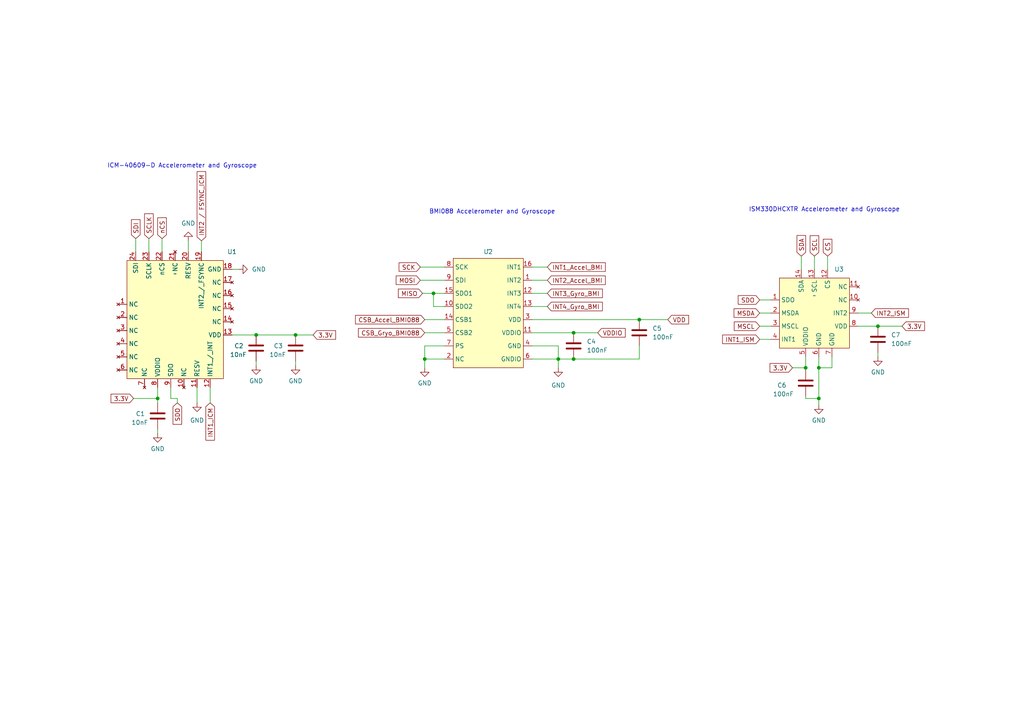
<source format=kicad_sch>
(kicad_sch (version 20230121) (generator eeschema)
  (paper "A4")
  (lib_symbols
    (symbol "Device:C" (pin_numbers hide) (pin_names (offset 0.254))
      (property "Reference" "C" (at 0.635 2.54 0))
      (property "Value" "C" (at 0.635 -2.54 0))
      (symbol "C_0_1"
        (polyline (pts (xy -2.032 -0.762) (xy 2.032 -0.762)) (stroke (width 0.508)))
        (polyline (pts (xy -2.032 0.762) (xy 2.032 0.762)) (stroke (width 0.508)))
      )
      (symbol "C_1_1"
        (pin passive line (at 0 3.81 270) (length 2.794) (name "~") (number "1"))
        (pin passive line (at 0 -3.81 90) (length 2.794) (name "~") (number "2"))
      )
    )
    (symbol "Sensor_Motion:BMI088"
      (property "Reference" "U" (at 0 0 0))
      (symbol "BMI088_1_1"
        (rectangle (start -10.16 -2.54) (end 10.16 -34.29) (fill (type background)))
        (pin bidirectional line (at 12.7 -8.89 180) (length 2.54) (name "INT2") (number "1"))
        (pin output line (at -12.7 -16.51 0) (length 2.54) (name "SDO2") (number "10"))
        (pin input line (at 12.7 -24.13 180) (length 2.54) (name "VDDIO") (number "11"))
        (pin output line (at 12.7 -12.7 180) (length 2.54) (name "INT3") (number "12"))
        (pin output line (at 12.7 -16.51 180) (length 2.54) (name "INT4") (number "13"))
        (pin input line (at -12.7 -20.32 0) (length 2.54) (name "CSB1") (number "14"))
        (pin output line (at -12.7 -12.7 0) (length 2.54) (name "SDO1") (number "15"))
        (pin bidirectional line (at 12.7 -5.08 180) (length 2.54) (name "INT1") (number "16"))
        (pin input line (at -12.7 -31.75 0) (length 2.54) (name "NC") (number "2"))
        (pin input line (at 12.7 -20.32 180) (length 2.54) (name "VDD") (number "3"))
        (pin output line (at 12.7 -27.94 180) (length 2.54) (name "GND") (number "4"))
        (pin input line (at -12.7 -24.13 0) (length 2.54) (name "CSB2") (number "5"))
        (pin output line (at 12.7 -31.75 180) (length 2.54) (name "GNDIO") (number "6"))
        (pin input line (at -12.7 -27.94 0) (length 2.54) (name "PS") (number "7"))
        (pin input line (at -12.7 -5.08 0) (length 2.54) (name "SCK") (number "8"))
        (pin input line (at -12.7 -8.89 0) (length 2.54) (name "SDI") (number "9"))
      )
    )
    (symbol "Sensor_Motion:ICM-40609-D"
      (property "Reference" "U1" (at 16.51 6.35 0))
      (property "Value" "~" (at 0 0 0))
      (symbol "ICM-40609-D_1_1"
        (rectangle (start -13.97 3.81) (end 13.97 -30.48) (fill (type background)))
        (pin no_connect line (at -16.51 -8.89 0) (length 2.54) (name "NC") (number "1"))
        (pin no_connect line (at 2.54 -33.02 90) (length 2.54) (name "NC") (number "10"))
        (pin output line (at 6.35 -33.02 90) (length 2.54) (name "RESV") (number "11"))
        (pin output line (at 10.16 -33.02 90) (length 2.54) (name "INT1_/_INT") (number "12"))
        (pin input line (at 16.51 -17.78 180) (length 2.54) (name "VDD") (number "13"))
        (pin no_connect line (at 16.51 -13.97 180) (length 2.54) (name "NC") (number "14"))
        (pin no_connect line (at 16.51 -10.16 180) (length 2.54) (name "NC") (number "15"))
        (pin no_connect line (at 16.51 -6.35 180) (length 2.54) (name "NC") (number "16"))
        (pin no_connect line (at 16.51 -2.54 180) (length 2.54) (name "NC") (number "17"))
        (pin output line (at 16.51 1.27 180) (length 2.54) (name "GND") (number "18"))
        (pin bidirectional line (at 7.62 6.35 270) (length 2.54) (name "INT2_/_FSYNC") (number "19"))
        (pin no_connect line (at -16.51 -12.7 0) (length 2.54) (name "NC") (number "2"))
        (pin output line (at 3.81 6.35 270) (length 2.54) (name "RESV") (number "20"))
        (pin no_connect line (at 0 6.35 270) (length 2.54) (name "NC") (number "21"))
        (pin input line (at -3.81 6.35 270) (length 2.54) (name "nCS") (number "22"))
        (pin output line (at -7.62 6.35 270) (length 2.54) (name "SCLK") (number "23"))
        (pin output line (at -11.43 6.35 270) (length 2.54) (name "SDI") (number "24"))
        (pin no_connect line (at -16.51 -16.51 0) (length 2.54) (name "NC") (number "3"))
        (pin no_connect line (at -16.51 -20.32 0) (length 2.54) (name "NC") (number "4"))
        (pin no_connect line (at -16.51 -24.13 0) (length 2.54) (name "NC") (number "5"))
        (pin no_connect line (at -16.51 -27.94 0) (length 2.54) (name "NC") (number "6"))
        (pin no_connect line (at -8.89 -33.02 90) (length 2.54) (name "NC") (number "7"))
        (pin input line (at -5.08 -33.02 90) (length 2.54) (name "VDDIO") (number "8"))
        (pin output line (at -1.27 -33.02 90) (length 2.54) (name "SDO") (number "9"))
      )
    )
    (symbol "Sensor_Motion:ISM330DHCXTR_"
      (property "Reference" "U" (at 11.43 8.89 0))
      (symbol "ISM330DHCXTR__1_1"
        (rectangle (start -10.16 5.08) (end 10.16 -15.24) (fill (type background)))
        (pin bidirectional line (at -12.7 -1.27 0) (length 2.54) (name "SDO") (number "1"))
        (pin no_connect line (at 12.7 -1.27 180) (length 2.54) (name "NC") (number "10"))
        (pin no_connect line (at 12.7 2.54 180) (length 2.54) (name "NC") (number "11"))
        (pin input line (at 3.81 7.62 270) (length 2.54) (name "CS") (number "12"))
        (pin input line (at 0 7.62 270) (length 2.54) (name "SCL") (number "13"))
        (pin bidirectional line (at -3.81 7.62 270) (length 2.54) (name "SDA") (number "14"))
        (pin bidirectional line (at -12.7 -5.08 0) (length 2.54) (name "MSDA") (number "2"))
        (pin output line (at -12.7 -8.89 0) (length 2.54) (name "MSCL") (number "3"))
        (pin output line (at -12.7 -12.7 0) (length 2.54) (name "INT1") (number "4"))
        (pin input line (at -2.54 -17.78 90) (length 2.54) (name "VDDIO") (number "5"))
        (pin input line (at 1.27 -17.78 90) (length 2.54) (name "GND") (number "6"))
        (pin input line (at 5.08 -17.78 90) (length 2.54) (name "GND") (number "7"))
        (pin input line (at 12.7 -8.89 180) (length 2.54) (name "VDD") (number "8"))
        (pin bidirectional line (at 12.7 -5.08 180) (length 2.54) (name "INT2") (number "9"))
      )
    )
    (symbol "power:GND" (power) (pin_names (offset 0))
      (property "Value" "GND" (at 0 -3.81 0))
      (symbol "GND_0_1"
        (polyline (pts (xy 0 0) (xy 0 -1.27) (xy 1.27 -1.27) (xy 0 -2.54) (xy -1.27 -1.27) (xy 0 -1.27)))
      )
      (symbol "GND_1_1"
        (pin power_in line (at 0 0 270) (length 0) hide (name "GND") (number "1"))
      )
    )
  )
  (junction (at 166.37 96.52))
  (junction (at 233.68 106.68))
  (junction (at 123.19 104.14))
  (junction (at 185.42 92.71))
  (junction (at 125.73 85.09))
  (junction (at 161.925 104.14))
  (junction (at 237.49 106.68))
  (junction (at 45.72 115.57))
  (junction (at 74.295 97.155))
  (junction (at 254.635 94.615))
  (junction (at 166.37 104.14))
  (junction (at 85.725 97.155))
  (junction (at 237.49 115.57))
  (wire (pts (xy 185.42 92.71) (xy 193.675 92.71)))
  (wire (pts (xy 45.72 115.57) (xy 45.72 116.84)))
  (wire (pts (xy 220.345 98.425) (xy 223.52 98.425)))
  (wire (pts (xy 233.68 107.315) (xy 233.68 106.68)))
  (wire (pts (xy 54.61 69.85) (xy 54.61 73.025)))
  (wire (pts (xy 233.68 115.57) (xy 237.49 115.57)))
  (wire (pts (xy 248.92 94.615) (xy 254.635 94.615)))
  (wire (pts (xy 154.305 85.09) (xy 158.75 85.09)))
  (wire (pts (xy 128.905 88.9) (xy 125.73 88.9)))
  (wire (pts (xy 233.68 103.505) (xy 233.68 106.68)))
  (wire (pts (xy 43.18 69.215) (xy 43.18 73.025)))
  (wire (pts (xy 154.305 92.71) (xy 185.42 92.71)))
  (wire (pts (xy 128.905 100.33) (xy 123.19 100.33)))
  (wire (pts (xy 154.305 96.52) (xy 166.37 96.52)))
  (wire (pts (xy 237.49 106.68) (xy 237.49 115.57)))
  (wire (pts (xy 220.345 86.995) (xy 223.52 86.995)))
  (wire (pts (xy 58.42 69.85) (xy 58.42 73.025)))
  (wire (pts (xy 67.31 97.155) (xy 74.295 97.155)))
  (wire (pts (xy 51.435 115.57) (xy 51.435 116.84)))
  (wire (pts (xy 121.92 81.28) (xy 128.905 81.28)))
  (wire (pts (xy 49.53 115.57) (xy 49.53 112.395)))
  (wire (pts (xy 161.925 100.33) (xy 161.925 104.14)))
  (wire (pts (xy 57.15 112.395) (xy 57.15 116.84)))
  (wire (pts (xy 121.92 77.47) (xy 128.905 77.47)))
  (wire (pts (xy 237.49 106.68) (xy 241.3 106.68)))
  (wire (pts (xy 237.49 103.505) (xy 237.49 106.68)))
  (wire (pts (xy 154.305 81.28) (xy 158.75 81.28)))
  (wire (pts (xy 122.555 85.09) (xy 125.73 85.09)))
  (wire (pts (xy 123.19 104.14) (xy 128.905 104.14)))
  (wire (pts (xy 39.37 69.215) (xy 39.37 73.025)))
  (wire (pts (xy 67.31 78.105) (xy 69.215 78.105)))
  (wire (pts (xy 220.345 90.805) (xy 223.52 90.805)))
  (wire (pts (xy 154.305 100.33) (xy 161.925 100.33)))
  (wire (pts (xy 229.87 106.68) (xy 233.68 106.68)))
  (wire (pts (xy 161.925 104.14) (xy 166.37 104.14)))
  (wire (pts (xy 85.725 97.155) (xy 90.805 97.155)))
  (wire (pts (xy 240.03 74.295) (xy 240.03 78.105)))
  (wire (pts (xy 125.73 88.9) (xy 125.73 85.09)))
  (wire (pts (xy 154.305 104.14) (xy 161.925 104.14)))
  (wire (pts (xy 161.925 104.14) (xy 161.925 106.68)))
  (wire (pts (xy 236.22 74.295) (xy 236.22 78.105)))
  (wire (pts (xy 166.37 104.14) (xy 185.42 104.14)))
  (wire (pts (xy 51.435 115.57) (xy 49.53 115.57)))
  (wire (pts (xy 123.19 92.71) (xy 128.905 92.71)))
  (wire (pts (xy 74.295 97.155) (xy 85.725 97.155)))
  (wire (pts (xy 154.305 88.9) (xy 158.75 88.9)))
  (wire (pts (xy 38.735 115.57) (xy 45.72 115.57)))
  (wire (pts (xy 85.725 104.775) (xy 85.725 106.045)))
  (wire (pts (xy 232.41 74.295) (xy 232.41 78.105)))
  (wire (pts (xy 233.68 114.935) (xy 233.68 115.57)))
  (wire (pts (xy 185.42 100.33) (xy 185.42 104.14)))
  (wire (pts (xy 241.3 103.505) (xy 241.3 106.68)))
  (wire (pts (xy 166.37 96.52) (xy 173.355 96.52)))
  (wire (pts (xy 125.73 85.09) (xy 128.905 85.09)))
  (wire (pts (xy 123.19 104.14) (xy 123.19 106.68)))
  (wire (pts (xy 123.19 100.33) (xy 123.19 104.14)))
  (wire (pts (xy 254.635 94.615) (xy 261.62 94.615)))
  (wire (pts (xy 45.72 124.46) (xy 45.72 125.73)))
  (wire (pts (xy 248.92 90.805) (xy 252.73 90.805)))
  (wire (pts (xy 254.635 102.235) (xy 254.635 103.505)))
  (wire (pts (xy 74.295 104.775) (xy 74.295 106.045)))
  (wire (pts (xy 154.305 77.47) (xy 158.75 77.47)))
  (wire (pts (xy 45.72 112.395) (xy 45.72 115.57)))
  (wire (pts (xy 46.99 69.215) (xy 46.99 73.025)))
  (wire (pts (xy 123.19 96.52) (xy 128.905 96.52)))
  (wire (pts (xy 60.96 112.395) (xy 60.96 116.84)))
  (wire (pts (xy 237.49 117.475) (xy 237.49 115.57)))
  (wire (pts (xy 220.345 94.615) (xy 223.52 94.615)))
  (text "ICM-40609-D Accelerometer and Gyroscope" (at 31.115 48.895 0) (effects (font (size 1.27 1.27)) (justify left bottom)))
  (text "BMI088 Accelerometer and Gyroscope" (at 124.46 62.23 0) (effects (font (size 1.27 1.27)) (justify left bottom)))
  (text "ISM330DHCXTR Accelerometer and Gyroscope" (at 217.17 61.595 0) (effects (font (size 1.27 1.27)) (justify left bottom)))
  (global_label "INT3_Gyro_BMI" (shape input) (at 158.75 85.09 0) (property "Intersheetrefs" "${INTERSHEET_REFS}" (effects hide)))
  (global_label "CSB_Gryo_BMI088" (shape input) (at 123.19 96.52 180) (property "Intersheetrefs" "${INTERSHEET_REFS}" (effects hide)))
  (global_label "nCS" (shape input) (at 46.99 69.215 90) (property "Intersheetrefs" "${INTERSHEET_REFS}" (effects hide)))
  (global_label "3.3V" (shape input) (at 38.735 115.57 180) (property "Intersheetrefs" "${INTERSHEET_REFS}" (effects hide)))
  (global_label "MISO" (shape input) (at 122.555 85.09 180) (property "Intersheetrefs" "${INTERSHEET_REFS}" (effects hide)))
  (global_label "INT2_ISM" (shape input) (at 252.73 90.805 0) (property "Intersheetrefs" "${INTERSHEET_REFS}" (effects hide)))
  (global_label "INT1_Accel_BMI" (shape input) (at 158.75 77.47 0) (property "Intersheetrefs" "${INTERSHEET_REFS}" (effects hide)))
  (global_label "3.3V" (shape input) (at 261.62 94.615 0) (property "Intersheetrefs" "${INTERSHEET_REFS}" (effects hide)))
  (global_label "SCLK" (shape input) (at 43.18 69.215 90) (property "Intersheetrefs" "${INTERSHEET_REFS}" (effects hide)))
  (global_label "SDO" (shape input) (at 51.435 116.84 270) (property "Intersheetrefs" "${INTERSHEET_REFS}" (effects hide)))
  (global_label "CS" (shape input) (at 240.03 74.295 90) (property "Intersheetrefs" "${INTERSHEET_REFS}" (effects hide)))
  (global_label "3.3V" (shape input) (at 229.87 106.68 180) (property "Intersheetrefs" "${INTERSHEET_REFS}" (effects hide)))
  (global_label "MSDA" (shape input) (at 220.345 90.805 180) (property "Intersheetrefs" "${INTERSHEET_REFS}" (effects hide)))
  (global_label "VDD" (shape input) (at 193.675 92.71 0) (property "Intersheetrefs" "${INTERSHEET_REFS}" (effects hide)))
  (global_label "MOSI" (shape input) (at 121.92 81.28 180) (property "Intersheetrefs" "${INTERSHEET_REFS}" (effects hide)))
  (global_label "INT2 {slash} FSYNC_ICM" (shape input) (at 58.42 69.85 90) (property "Intersheetrefs" "${INTERSHEET_REFS}" (effects hide)))
  (global_label "SDI" (shape input) (at 39.37 69.215 90) (property "Intersheetrefs" "${INTERSHEET_REFS}" (effects hide)))
  (global_label "3.3V" (shape input) (at 90.805 97.155 0) (property "Intersheetrefs" "${INTERSHEET_REFS}" (effects hide)))
  (global_label "INT1_ICM" (shape input) (at 60.96 116.84 270) (property "Intersheetrefs" "${INTERSHEET_REFS}" (effects hide)))
  (global_label "CSB_Accel_BMI088" (shape input) (at 123.19 92.71 180) (property "Intersheetrefs" "${INTERSHEET_REFS}" (effects hide)))
  (global_label "MSCL" (shape input) (at 220.345 94.615 180) (property "Intersheetrefs" "${INTERSHEET_REFS}" (effects hide)))
  (global_label "SDO" (shape input) (at 220.345 86.995 180) (property "Intersheetrefs" "${INTERSHEET_REFS}" (effects hide)))
  (global_label "SCK" (shape input) (at 121.92 77.47 180) (property "Intersheetrefs" "${INTERSHEET_REFS}" (effects hide)))
  (global_label "INT1_ISM" (shape input) (at 220.345 98.425 180) (property "Intersheetrefs" "${INTERSHEET_REFS}" (effects hide)))
  (global_label "SDA" (shape input) (at 232.41 74.295 90) (property "Intersheetrefs" "${INTERSHEET_REFS}" (effects hide)))
  (global_label "INT4_Gyro_BMI" (shape input) (at 158.75 88.9 0) (property "Intersheetrefs" "${INTERSHEET_REFS}" (effects hide)))
  (global_label "INT2_Accel_BMI" (shape input) (at 158.75 81.28 0) (property "Intersheetrefs" "${INTERSHEET_REFS}" (effects hide)))
  (global_label "SCL" (shape input) (at 236.22 74.295 90) (property "Intersheetrefs" "${INTERSHEET_REFS}" (effects hide)))
  (global_label "VDDIO" (shape input) (at 173.355 96.52 0) (property "Intersheetrefs" "${INTERSHEET_REFS}" (effects hide)))
  (symbol (lib_id "power:GND") (at 123.19 106.68 0) (unit 1)
    (property "Reference" "#PWR07" (effects hide))
    (property "Value" "GND" (at 123.19 111.125 0))
  )
  (symbol (lib_id "power:GND") (at 254.635 103.505 0) (unit 1)
    (property "Reference" "#PWR010" (effects hide))
    (property "Value" "GND" (at 254.635 107.95 0))
  )
  (symbol (lib_id "power:GND") (at 161.925 106.68 0) (unit 1)
    (property "Reference" "#PWR08" (effects hide))
    (property "Value" "GND" (at 161.925 111.76 0))
  )
  (symbol (lib_id "Device:C") (at 166.37 100.33 0) (unit 1)
    (property "Reference" "C4" (at 170.18 99.06 0) (effects (justify left)))
    (property "Value" "100nF" (at 170.18 101.6 0) (effects (justify left)))
  )
  (symbol (lib_id "Sensor_Motion:ICM-40609-D") (at 50.8 79.375 0) (unit 1)
    (property "Reference" "U1" (at 67.31 73.025 0))
    (property "Value" "~" (at 50.8 79.375 0))
  )
  (symbol (lib_id "Sensor_Motion:BMI088") (at 141.605 72.39 0) (unit 1)
    (property "Reference" "U2" (at 141.605 73.025 0))
    (property "Value" "~" (at 141.605 72.39 0))
  )
  (symbol (lib_id "power:GND") (at 74.295 106.045 0) (unit 1)
    (property "Reference" "#PWR02" (effects hide))
    (property "Value" "GND" (at 74.295 110.49 0))
  )
  (symbol (lib_id "power:GND") (at 85.725 106.045 0) (unit 1)
    (property "Reference" "#PWR03" (effects hide))
    (property "Value" "GND" (at 85.725 110.49 0))
  )
  (symbol (lib_id "Device:C") (at 233.68 111.125 0) (unit 1)
    (property "Reference" "C6" (at 225.425 111.76 0) (effects (justify left)))
    (property "Value" "100nF" (at 224.155 114.3 0) (effects (justify left)))
  )
  (symbol (lib_id "power:GND") (at 57.15 116.84 0) (unit 1)
    (property "Reference" "#PWR01" (effects hide))
    (property "Value" "GND" (at 57.15 121.92 0))
  )
  (symbol (lib_id "Device:C") (at 85.725 100.965 180) (unit 1)
    (property "Reference" "C3" (at 79.375 100.33 0) (effects (justify right)))
    (property "Value" "10nF" (at 78.105 102.87 0) (effects (justify right)))
  )
  (symbol (lib_id "Device:C") (at 45.72 120.65 180) (unit 1)
    (property "Reference" "C1" (at 39.37 120.015 0) (effects (justify right)))
    (property "Value" "10nF" (at 38.1 122.555 0) (effects (justify right)))
  )
  (symbol (lib_id "Device:C") (at 185.42 96.52 0) (unit 1)
    (property "Reference" "C5" (at 189.23 95.25 0) (effects (justify left)))
    (property "Value" "100nF" (at 189.23 97.79 0) (effects (justify left)))
  )
  (symbol (lib_id "Sensor_Motion:ISM330DHCXTR_") (at 236.22 85.725 0) (unit 1)
    (property "Reference" "U3" (at 241.9859 78.105 0) (effects (justify left)))
    (property "Value" "~" (at 236.22 85.725 0))
  )
  (symbol (lib_id "Device:C") (at 74.295 100.965 180) (unit 1)
    (property "Reference" "C2" (at 67.945 100.33 0) (effects (justify right)))
    (property "Value" "10nF" (at 66.675 102.87 0) (effects (justify right)))
  )
  (symbol (lib_id "power:GND") (at 45.72 125.73 0) (unit 1)
    (property "Reference" "#PWR04" (effects hide))
    (property "Value" "GND" (at 45.72 130.175 0))
  )
  (symbol (lib_id "power:GND") (at 237.49 117.475 0) (unit 1)
    (property "Reference" "#PWR09" (effects hide))
    (property "Value" "GND" (at 237.49 121.92 0))
  )
  (symbol (lib_id "power:GND") (at 69.215 78.105 90) (unit 1)
    (property "Reference" "#PWR05" (effects hide))
    (property "Value" "GND" (at 73.025 78.105 90) (effects (justify right)))
  )
  (symbol (lib_id "power:GND") (at 54.61 69.85 180) (unit 1)
    (property "Reference" "#PWR06" (effects hide))
    (property "Value" "GND" (at 54.61 64.77 0))
  )
  (symbol (lib_id "Device:C") (at 254.635 98.425 0) (unit 1)
    (property "Reference" "C7" (at 258.445 97.155 0) (effects (justify left)))
    (property "Value" "100nF" (at 258.445 99.695 0) (effects (justify left)))
  )
)
</source>
